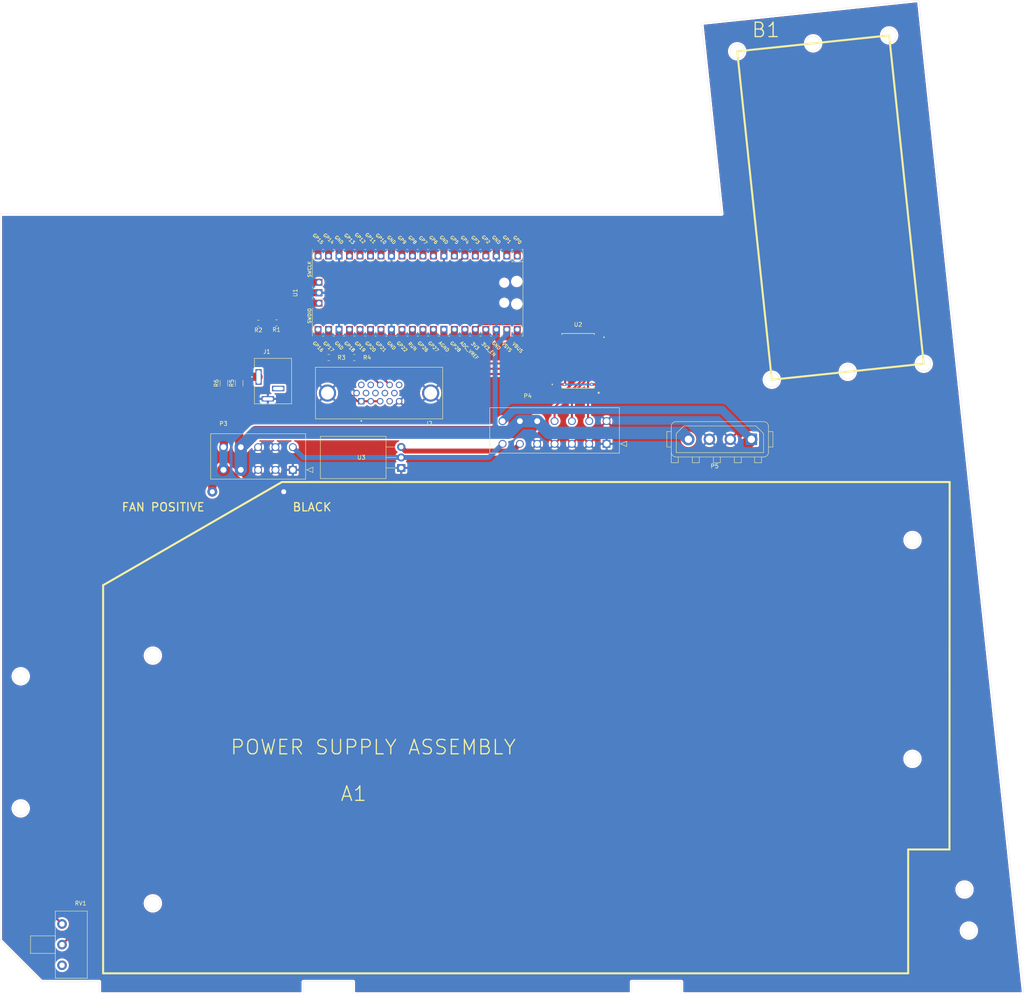
<source format=kicad_pcb>
(kicad_pcb (version 20240108) (generator "pcbnew") (generator_version "8.0")
  (layers (0 "F.Cu" signal) (31 "B.Cu" signal) (34 "B.Paste" user) (35 "F.Paste" user) (36 "B.SilkS" user "B.Silkscreen") (37 "F.SilkS" user "F.Silkscreen") (38 "B.Mask" user) (39 "F.Mask" user) (44 "Edge.Cuts" user))
  (net 0 "")
  (net 1 "GND")
  (net 2 "/Mac_Vsync")
  (net 3 "+5V")
  (net 4 "+12V")
  (net 5 "-5V")
  (net 6 "/Mac_Hsync")
  (net 7 "/Mac_Video")
  (net 8 "-12V")
  (net 9 "/Video_Out")
  (net 10 "Net-(R1-Pad2)")
  (net 11 "/Hsync_Out")
  (net 12 "/Vsync_Out")
  (net 24 "/Video_In")
  (net 25 "/Vsync_In")
  (net 40 "/Hsync_In")
  (net 44 "+3.3V")
  (net 51 "Net-(J1-PadA)")
  (net 52 "Net-(J2-Pad1)")
  (net 53 "Net-(J2-Pad13)")
  (net 55 "Net-(J2-Pad14)")
  (footprint "Resistor_SMD:R_1206_3216Metric_Pad1.30x1.75mm_HandSolder" (layer "F.Cu") (at 73.802797 166.52 90)
    (property "Reference" "R5" (at 0 -1.82 90) (layer "F.SilkS"))
    (property "Value" "0")
    (pad "1" smd roundrect (at -1.55 0 90) (size 1.3 1.75) (layers "F.Cu" "F.Paste" "F.Mask") (roundrect_rratio 0.192308) (net 3 "+5V"))
    (pad "2" smd roundrect (at 1.55 0 90) (size 1.3 1.75) (layers "F.Cu" "F.Paste" "F.Mask") (roundrect_rratio 0.192308) (net 51 "Net-(J1-PadA)"))
  )
  (footprint "Package_TO_SOT_THT:TO-220-3_Horizontal_TabDown" (layer "F.Cu") (at 113.052797 187.06 90)
    (property "Reference" "U3" (at 2.54 -9.66 180) (layer "F.SilkS"))
    (property "Value" "L7905CV-DG")
    (pad "1" thru_hole rect (at 0 0 90) (size 1.905 2) (drill 1.1) (layers "*.Cu" "*.Mask") (net 1 "GND"))
    (pad "2" thru_hole oval (at 2.54 0 90) (size 1.905 2) (drill 1.1) (layers "*.Cu" "*.Mask") (net 8 "-12V"))
    (pad "3" thru_hole oval (at 5.08 0 90) (size 1.905 2) (drill 1.1) (layers "*.Cu" "*.Mask") (net 5 "-5V"))
  )
  (footprint "Resistor_SMD:R_0805_2012Metric_Pad1.20x1.40mm_HandSolder" (layer "F.Cu") (at 95.492797 160.32)
    (property "Reference" "R3" (at 3.1 0 0) (layer "F.SilkS"))
    (property "Value" "270")
    (pad "1" smd roundrect (at -1 0) (size 1.2 1.4) (layers "F.Cu" "F.Paste" "F.Mask") (roundrect_rratio 0.208333) (net 11 "/Hsync_Out"))
    (pad "2" smd roundrect (at 1 0) (size 1.2 1.4) (layers "F.Cu" "F.Paste" "F.Mask") (roundrect_rratio 0.208333) (net 53 "Net-(J2-Pad13)"))
  )
  (footprint "Analogous-Board:DW20-M" (layer "F.Cu") (at 155.892797 161.12 180)
    (property "Reference" "U2" (at 0 8.8 0) (layer "F.SilkS"))
    (property "Value" "SN74LVC245ADWR")
    (fp_text user "*" (at -4.9911 -7.4168 180) (layer "F.SilkS"))
    (pad "1" smd rect (at -4.7371 -5.715 180) (size 2.286 0.5588) (layers "F.Cu" "F.Paste" "F.Mask") (net 44 "+3.3V"))
    (pad "2" smd rect (at -4.7371 -4.445 180) (size 2.286 0.5588) (layers "F.Cu" "F.Paste" "F.Mask") (net 7 "/Mac_Video"))
    (pad "3" smd rect (at -4.7371 -3.175 180) (size 2.286 0.5588) (layers "F.Cu" "F.Paste" "F.Mask") (net 6 "/Mac_Hsync"))
    (pad "4" smd rect (at -4.7371 -1.905 180) (size 2.286 0.5588) (layers "F.Cu" "F.Paste" "F.Mask") (net 2 "/Mac_Vsync"))
    (pad "5" smd rect (at -4.7371 -0.635 180) (size 2.286 0.5588) (layers "F.Cu" "F.Paste" "F.Mask") (net 1 "GND"))
    (pad "6" smd rect (at -4.7371 0.635 180) (size 2.286 0.5588) (layers "F.Cu" "F.Paste" "F.Mask") (net 1 "GND"))
    (pad "7" smd rect (at -4.7371 1.905 180) (size 2.286 0.5588) (layers "F.Cu" "F.Paste" "F.Mask") (net 1 "GND"))
    (pad "8" smd rect (at -4.7371 3.175 180) (size 2.286 0.5588) (layers "F.Cu" "F.Paste" "F.Mask") (net 1 "GND"))
    (pad "9" smd rect (at -4.7371 4.445 180) (size 2.286 0.5588) (layers "F.Cu" "F.Paste" "F.Mask") (net 1 "GND"))
    (pad "10" smd rect (at -4.7371 5.715 180) (size 2.286 0.5588) (layers "F.Cu" "F.Paste" "F.Mask") (net 1 "GND"))
    (pad "11" smd rect (at 4.7371 5.715 180) (size 2.286 0.5588) (layers "F.Cu" "F.Paste" "F.Mask"))
    (pad "12" smd rect (at 4.7371 4.445 180) (size 2.286 0.5588) (layers "F.Cu" "F.Paste" "F.Mask"))
    (pad "13" smd rect (at 4.7371 3.175 180) (size 2.286 0.5588) (layers "F.Cu" "F.Paste" "F.Mask"))
    (pad "14" smd rect (at 4.7371 1.905 180) (size 2.286 0.5588) (layers "F.Cu" "F.Paste" "F.Mask"))
    (pad "15" smd rect (at 4.7371 0.635 180) (size 2.286 0.5588) (layers "F.Cu" "F.Paste" "F.Mask"))
    (pad "16" smd rect (at 4.7371 -0.635 180) (size 2.286 0.5588) (layers "F.Cu" "F.Paste" "F.Mask") (net 25 "/Vsync_In"))
    (pad "17" smd rect (at 4.7371 -1.905 180) (size 2.286 0.5588) (layers "F.Cu" "F.Paste" "F.Mask") (net 40 "/Hsync_In"))
    (pad "18" smd rect (at 4.7371 -3.175 180) (size 2.286 0.5588) (layers "F.Cu" "F.Paste" "F.Mask") (net 24 "/Video_In"))
    (pad "19" smd rect (at 4.7371 -4.445 180) (size 2.286 0.5588) (layers "F.Cu" "F.Paste" "F.Mask") (net 1 "GND"))
    (pad "20" smd rect (at 4.7371 -5.715 180) (size 2.286 0.5588) (layers "F.Cu" "F.Paste" "F.Mask") (net 44 "+3.3V"))
  )
  (footprint "Resistor_SMD:R_1206_3216Metric_Pad1.30x1.75mm_HandSolder" (layer "F.Cu") (at 70.092797 166.52 90)
    (property "Reference" "R6" (at 0 -1.82 90) (layer "F.SilkS"))
    (property "Value" "0")
    (pad "1" smd roundrect (at -1.55 0 90) (size 1.3 1.75) (layers "F.Cu" "F.Paste" "F.Mask") (roundrect_rratio 0.192308) (net 4 "+12V"))
    (pad "2" smd roundrect (at 1.55 0 90) (size 1.3 1.75) (layers "F.Cu" "F.Paste" "F.Mask") (roundrect_rratio 0.192308) (net 51 "Net-(J1-PadA)"))
  )
  (footprint "Analogous-Board:TENSILITY_54-00286" (layer "F.Cu") (at 81.992797 166.02)
    (property "Reference" "J1" (at -1.505 -7.125 0) (layer "F.SilkS"))
    (property "Value" "54-00286")
    (pad "A" thru_hole rect (at -3.5 -1) (size 1.5 3.8) (drill oval 1 3.3) (layers "*.Cu" "*.Mask") (net 51 "Net-(J1-PadA)"))
    (pad "B" thru_hole rect (at -1.25 4.3) (size 3 1.3) (drill oval 2.5 0.8) (layers "*.Cu" "*.Mask") (net 1 "GND"))
    (pad "C" thru_hole rect (at 1.25 1.8) (size 3 1.3) (drill oval 2.5 0.8) (layers "*.Cu" "*.Mask"))
  )
  (footprint "Analogous-Board:CON_39281143" (layer "F.Cu") (at 162.792797 181.22 180)
    (property "Reference" "P4" (at 19.1 11.6 0) (layer "F.SilkS"))
    (property "Value" "39281143")
    (pad "1" thru_hole rect (at 0 0 180) (size 1.9 1.9) (drill 1.4) (layers "*.Cu" "*.Mask") (net 1 "GND"))
    (pad "2" thru_hole circle (at 4.199999 0 180) (size 1.9 1.9) (drill 1.4) (layers "*.Cu" "*.Mask") (net 1 "GND"))
    (pad "3" thru_hole circle (at 8.399998 0 180) (size 1.9 1.9) (drill 1.4) (layers "*.Cu" "*.Mask") (net 1 "GND"))
    (pad "4" thru_hole circle (at 12.599998 0 180) (size 1.9 1.9) (drill 1.4) (layers "*.Cu" "*.Mask") (net 1 "GND"))
    (pad "5" thru_hole circle (at 16.799997 0 180) (size 1.9 1.9) (drill 1.4) (layers "*.Cu" "*.Mask") (net 1 "GND"))
    (pad "6" thru_hole circle (at 20.999996 0 180) (size 1.9 1.9) (drill 1.4) (layers "*.Cu" "*.Mask") (net 5 "-5V"))
    (pad "7" thru_hole circle (at 25.199995 0 180) (size 1.9 1.9) (drill 1.4) (layers "*.Cu" "*.Mask") (net 8 "-12V"))
    (pad "8" thru_hole circle (at 0 5.499999 180) (size 1.9 1.9) (drill 1.4) (layers "*.Cu" "*.Mask") (net 1 "GND"))
    (pad "9" thru_hole circle (at 4.199999 5.499999 180) (size 1.9 1.9) (drill 1.4) (layers "*.Cu" "*.Mask") (net 7 "/Mac_Video"))
    (pad "10" thru_hole circle (at 8.399998 5.499999 180) (size 1.9 1.9) (drill 1.4) (layers "*.Cu" "*.Mask") (net 6 "/Mac_Hsync"))
    (pad "11" thru_hole circle (at 12.599998 5.499999 180) (size 1.9 1.9) (drill 1.4) (layers "*.Cu" "*.Mask") (net 2 "/Mac_Vsync"))
    (pad "12" thru_hole circle (at 16.799997 5.499999 180) (size 1.9 1.9) (drill 1.4) (layers "*.Cu" "*.Mask") (net 3 "+5V"))
    (pad "13" thru_hole circle (at 20.999996 5.499999 180) (size 1.9 1.9) (drill 1.4) (layers "*.Cu" "*.Mask") (net 3 "+5V"))
    (pad "14" thru_hole circle (at 25.199995 5.499999 180) (size 1.9 1.9) (drill 1.4) (layers "*.Cu" "*.Mask") (net 4 "+12V"))
  )
  (footprint "Resistor_SMD:R_0805_2012Metric_Pad1.20x1.40mm_HandSolder" (layer "F.Cu") (at 101.692797 160.32 180)
    (property "Reference" "R4" (at -3.1 0 0) (layer "F.SilkS"))
    (property "Value" "270")
    (pad "1" smd roundrect (at -1 0 180) (size 1.2 1.4) (layers "F.Cu" "F.Paste" "F.Mask") (roundrect_rratio 0.208333) (net 55 "Net-(J2-Pad14)"))
    (pad "2" smd roundrect (at 1 0 180) (size 1.2 1.4) (layers "F.Cu" "F.Paste" "F.Mask") (roundrect_rratio 0.208333) (net 12 "/Vsync_Out"))
  )
  (footprint "Analogous-Board:RPi_Pico_SMD_TH" (layer "F.Cu") (at 117.037797 144.62 -90)
    (property "Reference" "U1" (at 0 29.645 90) (layer "F.SilkS"))
    (property "Value" "Pico")
    (fp_text user "GP8" (at -12.8 1.27 135) (layer "F.SilkS") (effects (font (size 0.8 0.8))))
    (fp_text user "ADC_VREF" (at 14 -12.5 135) (layer "F.SilkS") (effects (font (size 0.8 0.8))))
    (fp_text user "GP14" (at -13.1 21.59 135) (layer "F.SilkS") (effects (font (size 0.8 0.8))))
    (fp_text user "GND" (at -12.8 6.35 135) (layer "F.SilkS") (effects (font (size 0.8 0.8))))
    (fp_text user "GP9" (at -12.8 3.81 135) (layer "F.SilkS") (effects (font (size 0.8 0.8))))
    (fp_text user "GP21" (at 13.054 8.9 135) (layer "F.SilkS") (effects (font (size 0.8 0.8))))
    (fp_text user "GP1" (at -12.9 -21.6 135) (layer "F.SilkS") (effects (font (size 0.8 0.8))))
    (fp_text user "GND" (at -12.8 -6.35 135) (layer "F.SilkS") (effects (font (size 0.8 0.8))))
    (fp_text user "GP3" (at -12.8 -13.97 135) (layer "F.SilkS") (effects (font (size 0.8 0.8))))
    (fp_text user "GND" (at 12.8 -19.05 135) (layer "F.SilkS") (effects (font (size 0.8 0.8))))
    (fp_text user "SWDIO" (at 5.6 26.2 90) (layer "F.SilkS") (effects (font (size 0.8 0.8))))
    (fp_text user "GP5" (at -12.8 -8.89 135) (layer "F.SilkS") (effects (font (size 0.8 0.8))))
    (fp_text user "GP13" (at -13.054 16.51 135) (layer "F.SilkS") (effects (font (size 0.8 0.8))))
    (fp_text user "GP4" (at -12.8 -11.43 135) (layer "F.SilkS") (effects (font (size 0.8 0.8))))
    (fp_text user "GP27" (at 13.054 -3.8 135) (layer "F.SilkS") (effects (font (size 0.8 0.8))))
    (fp_text user "VSYS" (at 13.2 -21.59 135) (layer "F.SilkS") (effects (font (size 0.8 0.8))))
    (fp_text user "GND" (at -12.8 -19.05 135) (layer "F.SilkS") (effects (font (size 0.8 0.8))))
    (fp_text user "SWCLK" (at -5.7 26.2 90) (layer "F.SilkS") (effects (font (size 0.8 0.8))))
    (fp_text user "3V3" (at 12.9 -13.9 135) (layer "F.SilkS") (effects (font (size 0.8 0.8))))
    (fp_text user "GP7" (at -12.7 -1.3 135) (layer "F.SilkS") (effects (font (size 0.8 0.8))))
    (fp_text user "RUN" (at 13 1.27 135) (layer "F.SilkS") (effects (font (size 0.8 0.8))))
    (fp_text user "AGND" (at 13.054 -6.35 135) (layer "F.SilkS") (effects (font (size 0.8 0.8))))
    (fp_text user "3V3_EN" (at 13.7 -17.2 135) (layer "F.SilkS") (effects (font (size 0.8 0.8))))
    (fp_text user "GP18" (at 13.054 16.51 135) (layer "F.SilkS") (effects (font (size 0.8 0.8))))
    (fp_text user "GP11" (at -13.2 11.43 135) (layer "F.SilkS") (effects (font (size 0.8 0.8))))
    (fp_text user "GP19" (at 13.054 13.97 135) (layer "F.SilkS") (effects (font (size 0.8 0.8))))
    (fp_text user "GP28" (at 13.054 -9.144 135) (layer "F.SilkS") (effects (font (size 0.8 0.8))))
    (fp_text user "GP22" (at 13.054 3.81 135) (layer "F.SilkS") (effects (font (size 0.8 0.8))))
    (fp_text user "GND" (at 12.8 6.35 135) (layer "F.SilkS") (effects (font (size 0.8 0.8))))
    (fp_text user "GP12" (at -13.2 13.97 135) (layer "F.SilkS") (effects (font (size 0.8 0.8))))
    (fp_text user "GP2" (at -12.9 -16.51 135) (layer "F.SilkS") (effects (font (size 0.8 0.8))))
    (fp_text user "GP6" (at -12.8 -3.81 135) (layer "F.SilkS") (effects (font (size 0.8 0.8))))
    (fp_text user "GP16" (at 13.054 24.13 135) (layer "F.SilkS") (effects (font (size 0.8 0.8))))
    (fp_text user "GP26" (at 13.054 -1.27 135) (layer "F.SilkS") (effects (font (size 0.8 0.8))))
    (fp_text user "GP0" (at -12.8 -24.13 135) (layer "F.SilkS") (effects (font (size 0.8 0.8))))
    (fp_text user "GP10" (at -13.054 8.89 135) (layer "F.SilkS") (effects (font (size 0.8 0.8))))
    (fp_text user "GND" (at 12.8 19.05 135) (layer "F.SilkS") (effects (font (size 0.8 0.8))))
    (fp_text user "GP17" (at 13.054 21.59 135) (layer "F.SilkS") (effects (font (size 0.8 0.8))))
    (fp_text user "GP15" (at -13.054 24.13 135) (layer "F.SilkS") (effects (font (size 0.8 0.8))))
    (fp_text user "VBUS" (at 13.3 -24.2 135) (layer "F.SilkS") (effects (font (size 0.8 0.8))))
    (fp_text user "GP20" (at 13.054 11.43 135) (layer "F.SilkS") (effects (font (size 0.8 0.8))))
    (fp_text user "GND" (at -12.8 19.05 135) (layer "F.SilkS") (effects (font (size 0.8 0.8))))
    (pad "" np_thru_hole oval (at -2.725 -24 270) (size 1.8 1.8) (drill 1.8) (layers "*.Cu" "*.Mask"))
    (pad "" np_thru_hole oval (at -2.425 -20.97 270) (size 1.5 1.5) (drill 1.5) (layers "*.Cu" "*.Mask"))
    (pad "" np_thru_hole oval (at 2.425 -20.97 270) (size 1.5 1.5) (drill 1.5) (layers "*.Cu" "*.Mask"))
    (pad "" np_thru_hole oval (at 2.725 -24 270) (size 1.8 1.8) (drill 1.8) (layers "*.Cu" "*.Mask"))
    (pad "1" thru_hole oval (at -8.89 -24.13 270) (size 1.7 1.7) (drill 1.02) (layers "*.Cu" "*.Mask"))
    (pad "1" smd rect (at -8.89 -24.13 270) (size 3.5 1.7) (drill (offset -0.9 0)) (layers "F.Cu" "F.Mask"))
    (pad "2" thru_hole oval (at -8.89 -21.59 270) (size 1.7 1.7) (drill 1.02) (layers "*.Cu" "*.Mask"))
    (pad "2" smd rect (at -8.89 -21.59 270) (size 3.5 1.7) (drill (offset -0.9 0)) (layers "F.Cu" "F.Mask"))
    (pad "3" thru_hole rect (at -8.89 -19.05 270) (size 1.7 1.7) (drill 1.02) (layers "*.Cu" "*.Mask") (net 1 "GND"))
    (pad "3" smd rect (at -8.89 -19.05 270) (size 3.5 1.7) (drill (offset -0.9 0)) (layers "F.Cu" "F.Mask") (net 1 "GND"))
    (pad "4" thru_hole oval (at -8.89 -16.51 270) (size 1.7 1.7) (drill 1.02) (layers "*.Cu" "*.Mask"))
    (pad "4" smd rect (at -8.89 -16.51 270) (size 3.5 1.7) (drill (offset -0.9 0)) (layers "F.Cu" "F.Mask"))
    (pad "5" thru_hole oval (at -8.89 -13.97 270) (size 1.7 1.7) (drill 1.02) (layers "*.Cu" "*.Mask"))
    (pad "5" smd rect (at -8.89 -13.97 270) (size 3.5 1.7) (drill (offset -0.9 0)) (layers "F.Cu" "F.Mask"))
    (pad "6" thru_hole oval (at -8.89 -11.43 270) (size 1.7 1.7) (drill 1.02) (layers "*.Cu" "*.Mask") (net 9 "/Video_Out"))
    (pad "6" smd rect (at -8.89 -11.43 270) (size 3.5 1.7) (drill (offset -0.9 0)) (layers "F.Cu" "F.Mask") (net 9 "/Video_Out"))
    (pad "7" thru_hole oval (at -8.89 -8.89 270) (size 1.7 1.7) (drill 1.02) (layers "*.Cu" "*.Mask"))
    (pad "7" smd rect (at -8.89 -8.89 270) (size 3.5 1.7) (drill (offset -0.9 0)) (layers "F.Cu" "F.Mask"))
    (pad "8" thru_hole rect (at -8.89 -6.35 270) (size 1.7 1.7) (drill 1.02) (layers "*.Cu" "*.Mask") (net 1 "GND"))
    (pad "8" smd rect (at -8.89 -6.35 270) (size 3.5 1.7) (drill (offset -0.9 0)) (layers "F.Cu" "F.Mask") (net 1 "GND"))
    (pad "9" thru_hole oval (at -8.89 -3.81 270) (size 1.7 1.7) (drill 1.02) (layers "*.Cu" "*.Mask"))
    (pad "9" smd rect (at -8.89 -3.81 270) (size 3.5 1.7) (drill (offset -0.9 0)) (layers "F.Cu" "F.Mask"))
    (pad "10" thru_hole oval (at -8.89 -1.27 270) (size 1.7 1.7) (drill 1.02) (layers "*.Cu" "*.Mask"))
    (pad "10" smd rect (at -8.89 -1.27 270) (size 3.5 1.7) (drill (offset -0.9 0)) (layers "F.Cu" "F.Mask"))
    (pad "11" thru_hole oval (at -8.89 1.27 270) (size 1.7 1.7) (drill 1.02) (layers "*.Cu" "*.Mask"))
    (pad "11" smd rect (at -8.89 1.27 270) (size 3.5 1.7) (drill (offset -0.9 0)) (layers "F.Cu" "F.Mask"))
    (pad "12" thru_hole oval (at -8.89 3.81 270) (size 1.7 1.7) (drill 1.02) (layers "*.Cu" "*.Mask"))
    (pad "12" smd rect (at -8.89 3.81 270) (size 3.5 1.7) (drill (offset -0.9 0)) (layers "F.Cu" "F.Mask"))
    (pad "13" thru_hole rect (at -8.89 6.35 270) (size 1.7 1.7) (drill 1.02) (layers "*.Cu" "*.Mask") (net 1 "GND"))
    (pad "13" smd rect (at -8.89 6.35 270) (size 3.5 1.7) (drill (offset -0.9 0)) (layers "F.Cu" "F.Mask") (net 1 "GND"))
    (pad "14" thru_hole oval (at -8.89 8.89 270) (size 1.7 1.7) (drill 1.02) (layers "*.Cu" "*.Mask"))
    (pad "14" smd rect (at -8.89 8.89 270) (size 3.5 1.7) (drill (offset -0.9 0)) (layers "F.Cu" "F.Mask"))
    (pad "15" thru_hole oval (at -8.89 11.43 270) (size 1.7 1.7) (drill 1.02) (layers "*.Cu" "*.Mask"))
    (pad "15" smd rect (at -8.89 11.43 270) (size 3.5 1.7) (drill (offset -0.9 0)) (layers "F.Cu" "F.Mask"))
    (pad "16" thru_hole oval (at -8.89 13.97 270) (size 1.7 1.7) (drill 1.02) (layers "*.Cu" "*.Mask"))
    (pad "16" smd rect (at -8.89 13.97 270) (size 3.5 1.7) (drill (offset -0.9 0)) (layers "F.Cu" "F.Mask"))
    (pad "17" thru_hole oval (at -8.89 16.51 270) (size 1.7 1.7) (drill 1.02) (layers "*.Cu" "*.Mask"))
    (pad "17" smd rect (at -8.89 16.51 270) (size 3.5 1.7) (drill (offset -0.9 0)) (layers "F.Cu" "F.Mask"))
    (pad "18" thru_hole rect (at -8.89 19.05 270) (size 1.7 1.7) (drill 1.02) (layers "*.Cu" "*.Mask") (net 1 "GND"))
    (pad "18" smd rect (at -8.89 19.05 270) (size 3.5 1.7) (drill (offset -0.9 0)) (layers "F.Cu" "F.Mask") (net 1 "GND"))
    (pad "19" thru_hole oval (at -8.89 21.59 270) (size 1.7 1.7) (drill 1.02) (layers "*.Cu" "*.Mask"))
    (pad "19" smd rect (at -8.89 21.59 270) (size 3.5 1.7) (drill (offset -0.9 0)) (layers "F.Cu" "F.Mask"))
    (pad "20" thru_hole oval (at -8.89 24.13 270) (size 1.7 1.7) (drill 1.02) (layers "*.Cu" "*.Mask"))
    (pad "20" smd rect (at -8.89 24.13 270) (size 3.5 1.7) (drill (offset -0.9 0)) (layers "F.Cu" "F.Mask"))
    (pad "21" thru_hole oval (at 8.89 24.13 270) (size 1.7 1.7) (drill 1.02) (layers "*.Cu" "*.Mask") (net 11 "/Hsync_Out"))
    (pad "21" smd rect (at 8.89 24.13 270) (size 3.5 1.7) (drill (offset 0.9 0)) (layers "F.Cu" "F.Mask") (net 11 "/Hsync_Out"))
    (pad "22" thru_hole oval (at 8.89 21.59 270) (size 1.7 1.7) (drill 1.02) (layers "*.Cu" "*.Mask") (net 12 "/Vsync_Out"))
    (pad "22" smd rect (at 8.89 21.59 270) (size 3.5 1.7) (drill (offset 0.9 0)) (layers "F.Cu" "F.Mask") (net 12 "/Vsync_Out"))
    (pad "23" thru_hole rect (at 8.89 19.05 270) (size 1.7 1.7) (drill 1.02) (layers "*.Cu" "*.Mask") (net 1 "GND"))
    (pad "23" smd rect (at 8.89 19.05 270) (size 3.5 1.7) (drill (offset 0.9 0)) (layers "F.Cu" "F.Mask") (net 1 "GND"))
    (pad "24" thru_hole oval (at 8.89 16.51 270) (size 1.7 1.7) (drill 1.02) (layers "*.Cu" "*.Mask"))
    (pad "24" smd rect (at 8.89 16.51 270) (size 3.5 1.7) (drill (offset 0.9 0)) (layers "F.Cu" "F.Mask"))
    (pad "25" thru_hole oval (at 8.89 13.97 270) (size 1.7 1.7) (drill 1.02) (layers "*.Cu" "*.Mask"))
    (pad "25" smd rect (at 8.89 13.97 270) (size 3.5 1.7) (drill (offset 0.9 0)) (layers "F.Cu" "F.Mask"))
    (pad "26" thru_hole oval (at 8.89 11.43 270) (size 1.7 1.7) (drill 1.02) (layers "*.Cu" "*.Mask") (net 24 "/Video_In"))
    (pad "26" smd rect (at 8.89 11.43 270) (size 3.5 1.7) (drill (offset 0.9 0)) (layers "F.Cu" "F.Mask") (net 24 "/Video_In"))
    (pad "27" thru_hole oval (at 8.89 8.89 270) (size 1.7 1.7) (drill 1.02) (layers "*.Cu" "*.Mask") (net 40 "/Hsync_In"))
    (pad "27" smd rect (at 8.89 8.89 270) (size 3.5 1.7) (drill (offset 0.9 0)) (layers "F.Cu" "F.Mask") (net 40 "/Hsync_In"))
    (pad "28" thru_hole rect (at 8.89 6.35 270) (size 1.7 1.7) (drill 1.02) (layers "*.Cu" "*.Mask") (net 1 "GND"))
    (pad "28" smd rect (at 8.89 6.35 270) (size 3.5 1.7) (drill (offset 0.9 0)) (layers "F.Cu" "F.Mask") (net 1 "GND"))
    (pad "29" thru_hole oval (at 8.89 3.81 270) (size 1.7 1.7) (drill 1.02) (layers "*.Cu" "*.Mask") (net 25 "/Vsync_In"))
    (pad "29" smd rect (at 8.89 3.81 270) (size 3.5 1.7) (drill (offset 0.9 0)) (layers "F.Cu" "F.Mask") (net 25 "/Vsync_In"))
    (pad "30" thru_hole oval (at 8.89 1.27 270) (size 1.7 1.7) (drill 1.02) (layers "*.Cu" "*.Mask"))
    (pad "30" smd rect (at 8.89 1.27 270) (size 3.5 1.7) (drill (offset 0.9 0)) (layers "F.Cu" "F.Mask"))
    (pad "31" thru_hole oval (at 8.89 -1.27 270) (size 1.7 1.7) (drill 1.02) (layers "*.Cu" "*.Mask"))
    (pad "31" smd rect (at 8.89 -1.27 270) (size 3.5 1.7) (drill (offset 0.9 0)) (layers "F.Cu" "F.Mask"))
    (pad "32" thru_hole oval (at 8.89 -3.81 270) (size 1.7 1.7) (drill 1.02) (layers "*.Cu" "*.Mask"))
    (pad "32" smd rect (at 8.89 -3.81 270) (size 3.5 1.7) (drill (offset 0.9 0)) (layers "F.Cu" "F.Mask"))
    (pad "33" thru_hole rect (at 8.89 -6.35 270) (size 1.7 1.7) (drill 1.02) (layers "*.Cu" "*.Mask"))
    (pad "33" smd rect (at 8.89 -6.35 270) (size 3.5 1.7) (drill (offset 0.9 0)) (layers "F.Cu" "F.Mask"))
    (pad "34" thru_hole oval (at 8.89 -8.89 270) (size 1.7 1.7) (drill 1.02) (layers "*.Cu" "*.Mask"))
    (pad "34" smd rect (at 8.89 -8.89 270) (size 3.5 1.7) (drill (offset 0.9 0)) (layers "F.Cu" "F.Mask"))
    (pad "35" thru_hole oval (at 8.89 -11.43 270) (size 1.7 1.7) (drill 1.02) (layers "*.Cu" "*.Mask"))
    (pad "35" smd rect (at 8.89 -11.43 270) (size 3.5 1.7) (drill (offset 0.9 0)) (layers "F.Cu" "F.Mask"))
    (pad "36" thru_hole oval (at 8.89 -13.97 270) (size 1.7 1.7) (drill 1.02) (layers "*.Cu" "*.Mask") (net 44 "+3.3V"))
    (pad "36" smd rect (at 8.89 -13.97 270) (size 3.5 1.7) (drill (offset 0.9 0)) (layers "F.Cu" "F.Mask") (net 44 "+3.3V"))
    (pad "37" thru_hole oval (at 8.89 -16.51 270) (size 1.7 1.7) (drill 1.02) (layers "*.Cu" "*.Mask"))
    (pad "37" smd rect (at 8.89 -16.51 270) (size 3.5 1.7) (drill (offset 0.9 0)) (layers "F.Cu" "F.Mask"))
    (pad "38" thru_hole rect (at 8.89 -19.05 270) (size 1.7 1.7) (drill 1.02) (layers "*.Cu" "*.Mask") (net 1 "GND"))
    (pad "38" smd rect (at 8.89 -19.05 270) (size 3.5 1.7) (drill (offset 0.9 0)) (layers "F.Cu" "F.Mask") (net 1 "GND"))
    (pad "39" thru_hole oval (at 8.89 -21.59 270) (size 1.7 1.7) (drill 1.02) (layers "*.Cu" "*.Mask") (net 3 "+5V"))
    (pad "39" smd rect (at 8.89 -21.59 270) (size 3.5 1.7) (drill (offset 0.9 0)) (layers "F.Cu" "F.Mask") (net 3 "+5V"))
    (pad "40" thru_hole oval (at 8.89 -24.13 270) (size 1.7 1.7) (drill 1.02) (layers "*.Cu" "*.Mask"))
    (pad "40" smd rect (at 8.89 -24.13 270) (size 3.5 1.7) (drill (offset 0.9 0)) (layers "F.Cu" "F.Mask"))
    (pad "41" thru_hole oval (at -2.54 23.9 270) (size 1.7 1.7) (drill 1.02) (layers "*.Cu" "*.Mask"))
    (pad "41" smd rect (at -2.54 23.9) (size 3.5 1.7) (drill (offset -0.9 0)) (layers "F.Cu" "F.Mask"))
    (pad "42" thru_hole rect (at 0 23.9 270) (size 1.7 1.7) (drill 1.02) (layers "*.Cu" "*.Mask") (net 1 "GND"))
    (pad "42" smd rect (at 0 23.9) (size 3.5 1.7) (drill (offset -0.9 0)) (layers "F.Cu" "F.Mask") (net 1 "GND"))
    (pad "43" thru_hole oval (at 2.54 23.9 270) (size 1.7 1.7) (drill 1.02) (layers "*.Cu" "*.Mask"))
    (pad "43" smd rect (at 2.54 23.9) (size 3.5 1.7) (drill (offset -0.9 0)) (layers "F.Cu" "F.Mask"))
  )
  (footprint "Resistor_SMD:R_0805_2012Metric_Pad1.20x1.40mm_HandSolder" (layer "F.Cu") (at 82.842797 151.92 180)
    (property "Reference" "R1" (at 0 -1.65 0) (layer "F.SilkS"))
    (property "Value" "170")
    (pad "1" smd roundrect (at -1 0 180) (size 1.2 1.4) (layers "F.Cu" "F.Paste" "F.Mask") (roundrect_rratio 0.208333) (net 9 "/Video_Out"))
    (pad "2" smd roundrect (at 1 0 180) (size 1.2 1.4) (layers "F.Cu" "F.Paste" "F.Mask") (roundrect_rratio 0.208333) (net 10 "Net-(R1-Pad2)"))
  )
  (footprint "Analogous-Board:CON_39281103" (layer "F.Cu") (at 86.792795 187.519999 180)
    (property "Reference" "P3" (at 16.800003 11.200001 0) (layer "F.SilkS"))
    (property "Value" "39281103")
    (pad "1" thru_hole rect (at 0 0 180) (size 1.9 1.9) (drill 1.4) (layers "*.Cu" "*.Mask") (net 1 "GND"))
    (pad "2" thru_hole circle (at 4.199999 0 180) (size 1.9 1.9) (drill 1.4) (layers "*.Cu" "*.Mask") (net 1 "GND"))
    (pad "3" thru_hole circle (at 8.399998 0 180) (size 1.9 1.9) (drill 1.4) (layers "*.Cu" "*.Mask") (net 1 "GND"))
    (pad "4" thru_hole circle (at 12.599998 0 180) (size 1.9 1.9) (drill 1.4) (layers "*.Cu" "*.Mask") (net 3 "+5V"))
    (pad "5" thru_hole circle (at 16.799997 0 180) (size 1.9 1.9) (drill 1.4) (layers "*.Cu" "*.Mask") (net 4 "+12V"))
    (pad "6" thru_hole circle (at 0 5.499999 180) (size 1.9 1.9) (drill 1.4) (layers "*.Cu" "*.Mask") (net 8 "-12V"))
    (pad "7" thru_hole circle (at 4.199999 5.499999 180) (size 1.9 1.9) (drill 1.4) (layers "*.Cu" "*.Mask") (net 1 "GND"))
    (pad "8" thru_hole circle (at 8.399998 5.499999 180) (size 1.9 1.9) (drill 1.4) (layers "*.Cu" "*.Mask") (net 1 "GND"))
    (pad "9" thru_hole circle (at 12.599998 5.499999 180) (size 1.9 1.9) (drill 1.4) (layers "*.Cu" "*.Mask") (net 3 "+5V"))
    (pad "10" thru_hole circle (at 16.799997 5.499999 180) (size 1.9 1.9) (drill 1.4) (layers "*.Cu" "*.Mask") (net 4 "+12V"))
  )
  (footprint "Resistor_SMD:R_0805_2012Metric_Pad1.20x1.40mm_HandSolder" (layer "F.Cu") (at 78.442797 152.02 180)
    (property "Reference" "R2" (at 0 -1.65 0) (layer "F.SilkS"))
    (property "Value" "330")
    (pad "1" smd roundrect (at -1 0 180) (size 1.2 1.4) (layers "F.Cu" "F.Paste" "F.Mask") (roundrect_rratio 0.208333) (net 10 "Net-(R1-Pad2)"))
    (pad "2" smd roundrect (at 1 0 180) (size 1.2 1.4) (layers "F.Cu" "F.Paste" "F.Mask") (roundrect_rratio 0.208333) (net 52 "Net-(J2-Pad1)"))
  )
  (footprint "Analogous-Board:TE_MATE-N-LOK_350211-1_1x04_P5.08mm_Vertical" (layer "F.Cu") (at 197.852797 180.12 180)
    (property "Reference" "P5" (at 8.89 -6.5 180) (layer "F.SilkS"))
    (property "Value" "Conn_01x04")
    (pad "1" thru_hole rect (at 0 0 180) (size 2.78 2.78) (drill 1.78) (layers "*.Cu" "*.Mask") (net 4 "+12V"))
    (pad "2" thru_hole circle (at 5.08 0 180) (size 2.78 2.78) (drill 1.78) (layers "*.Cu" "*.Mask") (net 1 "GND"))
    (pad "3" thru_hole circle (at 10.16 0 180) (size 2.78 2.78) (drill 1.78) (layers "*.Cu" "*.Mask") (net 1 "GND"))
    (pad "4" thru_hole circle (at 15.24 0 180) (size 2.78 2.78) (drill 1.78) (layers "*.Cu" "*.Mask") (net 3 "+5V"))
  )
  (footprint "Analogous-Board:AMPHENOL_L77HDEH15SOL2RM8" (layer "F.Cu") (at 107.687797 168.92 180)
    (property "Reference" "J2" (at -12.075 -7.385 0) (layer "F.SilkS"))
    (property "Value" "L77HDEH15SOL2RM8")
    (pad "1" thru_hole rect (at 4.31 -1.98 180) (size 1.575 1.575) (drill 1.05) (layers "*.Cu" "*.Mask") (net 52 "Net-(J2-Pad1)"))
    (pad "2" thru_hole circle (at 2.02 -1.98 180) (size 1.575 1.575) (drill 1.05) (layers "*.Cu" "*.Mask") (net 52 "Net-(J2-Pad1)"))
    (pad "3" thru_hole circle (at -0.27 -1.98 180) (size 1.575 1.575) (drill 1.05) (layers "*.Cu" "*.Mask") (net 52 "Net-(J2-Pad1)"))
    (pad "4" thru_hole circle (at -2.56 -1.98 180) (size 1.575 1.575) (drill 1.05) (layers "*.Cu" "*.Mask"))
    (pad "5" thru_hole circle (at -4.85 -1.98 180) (size 1.575 1.575) (drill 1.05) (layers "*.Cu" "*.Mask") (net 1 "GND"))
    (pad "6" thru_hole circle (at 5.455 0 180) (size 1.575 1.575) (drill 1.05) (layers "*.Cu" "*.Mask") (net 1 "GND"))
    (pad "7" thru_hole circle (at 3.165 0 180) (size 1.575 1.575) (drill 1.05) (layers "*.Cu" "*.Mask") (net 1 "GND"))
    (pad "8" thru_hole circle (at 0.875 0 180) (size 1.575 1.575) (drill 1.05) (layers "*.Cu" "*.Mask") (net 1 "GND"))
    (pad "9" thru_hole circle (at -1.415 0 180) (size 1.575 1.575) (drill 1.05) (layers "*.Cu" "*.Mask"))
    (pad "10" thru_hole circle (at -3.705 0 180) (size 1.575 1.575) (drill 1.05) (layers "*.Cu" "*.Mask") (net 1 "GND"))
    (pad "11" thru_hole circle (at 4.31 1.98 180) (size 1.575 1.575) (drill 1.05) (layers "*.Cu" "*.Mask"))
    (pad "12" thru_hole circle (at 2.02 1.98 180) (size 1.575 1.575) (drill 1.05) (layers "*.Cu" "*.Mask"))
    (pad "13" thru_hole circle (at -0.27 1.98 180) (size 1.575 1.575) (drill 1.05) (layers "*.Cu" "*.Mask") (net 53 "Net-(J2-Pad13)"))
    (pad "14" thru_hole circle (at -2.56 1.98 180) (size 1.575 1.575) (drill 1.05) (layers "*.Cu" "*.Mask") (net 55 "Net-(J2-Pad14)"))
    (pad "15" thru_hole circle (at -4.85 1.98 180) (size 1.575 1.575) (drill 1.05) (layers "*.Cu" "*.Mask"))
    (pad "SH1" thru_hole circle (at -12.495 0 180) (size 4.166 4.166) (drill 3.15) (layers "*.Cu" "*.Mask") (net 1 "GND"))
    (pad "SH2" thru_hole circle (at 12.495 0 180) (size 4.166 4.166) (drill 3.15) (layers "*.Cu" "*.Mask") (net 1 "GND"))
  )
  (footprint "Potentiometer_THT:Potentiometer_Piher_T-16H_Single_Horizontal" (layer "F.Cu") (at 30.892797 297.52 180)
    (property "Reference" "RV1" (at -4.5 5 0) (layer "F.SilkS"))
    (property "Value" "1K")
    (pad "1" thru_hole circle (at 0 0 180) (size 2.34 2.34) (drill 1.3) (layers "*.Cu" "*.Mask") (net 10 "Net-(R1-Pad2)"))
    (pad "2" thru_hole circle (at 0 -5 180) (size 2.34 2.34) (drill 1.3) (layers "*.Cu" "*.Mask") (net 52 "Net-(J2-Pad1)"))
    (pad "3" thru_hole circle (at 0 -10 180) (size 2.34 2.34) (drill 1.3) (layers "*.Cu" "*.Mask"))
  )
  (gr_line (start 40.842797 309.47) (end 235.842797 309.47) (stroke (width 0.5)) (layer "F.SilkS"))
  (gr_line (start 235.842797 309.47) (end 235.842797 279.47) (stroke (width 0.5)) (layer "F.SilkS"))
  (gr_line (start 245.892797 190.47) (end 84.142797 190.47) (stroke (width 0.5)) (layer "F.SilkS"))
  (gr_line (start 40.842797 215.47) (end 84.142797 190.47) (stroke (width 0.5)) (layer "F.SilkS"))
  (gr_line (start 40.842797 309.47) (end 40.842797 215.47) (stroke (width 0.5)) (layer "F.SilkS"))
  (gr_line (start 235.842797 279.47) (end 245.842797 279.47) (stroke (width 0.5)) (layer "F.SilkS"))
  (gr_line (start 231.232797 82.29) (end 239.612797 161.82) (stroke (width 0.5)) (layer "F.SilkS"))
  (gr_line (start 194.432797 86.14) (end 231.232766 82.2897) (stroke (width 0.5)) (layer "F.SilkS"))
  (gr_line (start 245.842797 279.47) (end 245.892797 190.47) (stroke (width 0.5)) (layer "F.SilkS"))
  (gr_line (start 194.432797 86.14) (end 202.812797 165.69) (stroke (width 0.5)) (layer "F.SilkS"))
  (gr_line (start 202.812797 165.69) (end 239.612797 161.82) (stroke (width 0.5)) (layer "F.SilkS"))
  (gr_line (start 180.892797 314.52) (end 180.892797 311.52) (stroke (width 0.05)) (layer "Edge.Cuts"))
  (gr_line (start 25.892797 311.52) (end 39.892797 311.52) (stroke (width 0.05)) (layer "Edge.Cuts"))
  (gr_circle (center 239.612797 161.82) (end 241.362797 161.82) (stroke (width 0.05)) (fill none) (layer "Edge.Cuts"))
  (gr_circle (center 249.492797 289.17) (end 247.742797 289.17) (stroke (width 0.05)) (fill none) (layer "Edge.Cuts"))
  (gr_circle (center 20.892797 237.52) (end 22.642797 237.52) (stroke (width 0.05)) (fill none) (layer "Edge.Cuts"))
  (gr_line (start 101.392797 311.52) (end 89.392797 311.52) (stroke (width 0.05)) (layer "Edge.Cuts"))
  (gr_line (start 101.392797 314.52) (end 101.392797 311.52) (stroke (width 0.05)) (layer "Edge.Cuts"))
  (gr_circle (center 221.212797 163.77) (end 222.962797 163.77) (stroke (width 0.05)) (fill none) (layer "Edge.Cuts"))
  (gr_line (start 15.892797 125.52) (end 190.642797 125.52) (stroke (width 0.05)) (layer "Edge.Cuts"))
  (gr_circle (center 52.892797 292.52) (end 54.642797 292.52) (stroke (width 0.05)) (fill none) (layer "Edge.Cuts"))
  (gr_line (start 89.392797 311.52) (end 89.392797 314.52) (stroke (width 0.05)) (layer "Edge.Cuts"))
  (gr_line (start 263.892797 314.52) (end 238.452797 73.74) (stroke (width 0.05)) (layer "Edge.Cuts"))
  (gr_line (start 15.892797 301.52) (end 15.892797 125.52) (stroke (width 0.05)) (layer "Edge.Cuts"))
  (gr_line (start 185.782797 79.27) (end 238.452797 73.74) (stroke (width 0.05)) (layer "Edge.Cuts"))
  (gr_line (start 180.892797 311.52) (end 168.892797 311.52) (stroke (width 0.05)) (layer "Edge.Cuts"))
  (gr_circle (center 231.232797 82.29) (end 232.982826 82.29) (stroke (width 0.05)) (fill none) (layer "Edge.Cuts"))
  (gr_line (start 89.392797 314.52) (end 39.892797 314.52) (stroke (width 0.05)) (layer "Edge.Cuts"))
  (gr_circle (center 250.542797 299.12) (end 252.292797 299.12) (stroke (width 0.05)) (fill none) (layer "Edge.Cuts"))
  (gr_circle (center 236.882797 257.52) (end 238.632797 257.52) (stroke (width 0.05)) (fill none) (layer "Edge.Cuts"))
  (gr_circle (center 236.892797 204.52) (end 238.642797 204.52) (stroke (width 0.05)) (fill none) (layer "Edge.Cuts"))
  (gr_line (start 168.892797 311.52) (end 168.892797 314.52) (stroke (width 0.05)) (layer "Edge.Cuts"))
  (gr_circle (center 52.892797 232.52) (end 54.642797 232.52) (stroke (width 0.05)) (fill none) (layer "Edge.Cuts"))
  (gr_line (start 15.892797 301.52) (end 25.892797 311.52) (stroke (width 0.05)) (layer "Edge.Cuts"))
  (gr_line (start 168.892797 314.52) (end 101.392797 314.52) (stroke (width 0.05)) (layer "Edge.Cuts"))
  (gr_circle (center 194.432797 86.14) (end 196.182797 86.14) (stroke (width 0.05)) (fill none) (layer "Edge.Cuts"))
  (gr_circle (center 202.812797 165.69) (end 204.562826 165.69) (stroke (width 0.05)) (fill none) (layer "Edge.Cuts"))
  (gr_line (start 190.642797 125.52) (end 185.782797 79.27) (stroke (width 0.05)) (layer "Edge.Cuts"))
  (gr_circle (center 20.892797 269.52) (end 22.642797 269.52) (stroke (width 0.05)) (fill none) (layer "Edge.Cuts"))
  (gr_line (start 263.892797 314.52) (end 180.892797 314.52) (stroke (width 0.05)) (layer "Edge.Cuts"))
  (gr_circle (center 212.832797 84.21) (end 214.582826 84.21) (stroke (width 0.05)) (fill none) (layer "Edge.Cuts"))
  (gr_line (start 39.892797 314.52) (end 39.892797 311.52) (stroke (width 0.05)) (layer "Edge.Cuts"))
  (gr_text "BLACK" (at 86.592797 197.72 0) (layer "F.SilkS") (effects (font (size 2 2) (thickness 0.3) (bold yes)) (justify left bottom)))
  (gr_text "FAN POSITIVE" (at 45.192797 197.72 0) (layer "F.SilkS") (effects (font (size 2 2) (thickness 0.3) (bold yes)) (justify left bottom)))
  (gr_text "POWER SUPPLY ASSEMBLY\n\n          A1" (at 71.492797 268.02 0) (layer "F.SilkS") (effects (font (size 3.5 3.5) (thickness 0.3)) (justify left bottom)))
  (gr_text "B1" (at 197.762797 83.02 0) (layer "F.SilkS") (effects (font (size 3.5 3.5) (thickness 0.3)) (justify left bottom)))
  (via (at 84.592797 192.82) (size 2.4) (drill 1.2) (layers "F.Cu" "B.Cu") (net 1))
  (segment (start 159.546997 163.025) (end 160.629897 163.025) (width 0.5) (layer "F.Cu") (net 2))
  (segment (start 150.192799 175.720001) (end 150.192799 172.379198) (width 0.5) (layer "F.Cu") (net 2))
  (segment (start 150.192799 172.379198) (end 159.546997 163.025) (width 0.5) (layer "F.Cu") (net 2))
  (segment (start 73.802797 168.07) (end 73.802797 181.63) (width 2) (layer "F.Cu") (net 3))
  (segment (start 73.802797 181.63) (end 74.192797 182.02) (width 2) (layer "F.Cu") (net 3))
  (segment (start 143.3428 178.370001) (end 145.9928 175.720001) (width 3) (layer "F.Cu") (net 3))
  (segment (start 77.842796 178.370001) (end 143.3428 178.370001) (width 3) (layer "F.Cu") (net 3))
  (segment (start 74.192797 182.02) (end 77.842796 178.370001) (width 3) (layer "F.Cu") (net 3))
  (segment (start 138.992802 178.52) (end 141.792801 175.720001) (width 3) (layer "B.Cu") (net 3))
  (segment (start 181.062797 178.57) (end 182.612797 180.12) (width 3) (layer "B.Cu") (net 3))
  (segment (start 139.992801 177.520001) (end 141.792801 175.720001) (width 1.2) (layer "B.Cu") (net 3))
  (segment (start 145.9928 175.720001) (end 141.792801 175.720001) (width 3) (layer "B.Cu") (net 3))
  (segment (start 74.192797 182.02) (end 74.192797 187.519999) (width 3) (layer "B.Cu") (net 3))
  (segment (start 136.492798 177.520001) (end 139.992801 177.520001) (width 1.2) (layer "B.Cu") (net 3))
  (segment (start 138.627797 154.712081) (end 135.792802 157.547076) (width 1.2) (layer "B.Cu") (net 3))
  (segment (start 148.842799 178.57) (end 181.062797 178.57) (width 3) (layer "B.Cu") (net 3))
  (segment (start 135.792802 176.820005) (end 136.492798 177.520001) (width 1.2) (layer "B.Cu") (net 3))
  (segment (start 138.627797 153.51) (end 138.627797 154.712081) (width 1.2) (layer "B.Cu") (net 3))
  (segment (start 145.9928 175.720001) (end 148.842799 178.57) (width 3) (layer "B.Cu") (net 3))
  (segment (start 135.792802 157.547076) (end 135.792802 176.820005) (width 1.2) (layer "B.Cu") (net 3))
  (segment (start 77.692797 178.52) (end 138.992802 178.52) (width 3) (layer "B.Cu") (net 3))
  (segment (start 74.192797 182.02) (end 77.692797 178.52) (width 3) (layer "B.Cu") (net 3))
  (segment (start 67.292797 190.22) (end 69.992798 187.519999) (width 2) (layer "F.Cu") (net 4))
  (segment (start 67.292797 192.82) (end 67.292797 190.22) (width 2) (layer "F.Cu") (net 4))
  (segment (start 70.092797 168.07) (end 70.092797 181.920001) (width 2) (layer "F.Cu") (net 4))
  (segment (start 69.992798 187.519999) (end 78.192799 195.72) (width 3) (layer "F.Cu") (net 4))
  (segment (start 70.092797 181.920001) (end 69.992798 182.02) (width 2) (layer "F.Cu") (net 4))
  (segment (start 78.192799 195.72) (end 182.252797 195.72) (width 3) (layer "F.Cu") (net 4))
  (segment (start 182.252797 195.72) (end 197.852797 180.12) (width 3) (layer "F.Cu") (net 4))
  (via (at 67.292797 192.82) (size 2.4) (drill 1.2) (layers "F.Cu" "B.Cu") (net 4))
  (segment (start 140.292802 173.020001) (end 137.592802 175.720001) (width 2) (layer "B.Cu") (net 4))
  (segment (start 69.992798 187.519999) (end 69.992798 182.02) (width 2) (layer "B.Cu") (net 4))
  (segment (start 190.752798 173.020001) (end 140.292802 173.020001) (width 2) (layer "B.Cu") (net 4))
  (segment (start 69.992798 182.02) (end 70.092797 182.02) (width 2) (layer "B.Cu") (net 4))
  (segment (start 197.852797 180.12) (end 190.752798 173.020001) (width 2) (layer "B.Cu") (net 4))
  (segment (start 113.052797 181.98) (end 114.042797 182.97) (width 1.2) (layer "F.Cu") (net 5))
  (segment (start 114.042797 182.97) (end 140.042801 182.97) (width 1.2) (layer "F.Cu") (net 5))
  (segment (start 140.042801 182.97) (end 141.792801 181.22) (width 1.2) (layer "F.Cu") (net 5))
  (segment (start 159.266947 164.295) (end 160.629897 164.295) (width 0.5) (layer "F.Cu") (net 6))
  (segment (start 154.392799 175.720001) (end 154.392799 169.169148) (width 0.5) (layer "F.Cu") (net 6))
  (segment (start 154.392799 169.169148) (end 159.266947 164.295) (width 0.5) (layer "F.Cu") (net 6))
  (segment (start 154.392799 175.720001) (end 154.392797 175.719999) (width 0.5) (layer "F.Cu") (net 6))
  (segment (start 158.592798 175.720001) (end 158.292797 175.42) (width 0.5) (layer "F.Cu") (net 7))
  (segment (start 158.292797 175.42) (end 158.292797 166.2591) (width 0.5) (layer "F.Cu") (net 7))
  (segment (start 158.986897 165.565) (end 160.629897 165.565) (width 0.5) (layer "F.Cu") (net 7))
  (segment (start 158.292797 166.2591) (end 158.986897 165.565) (width 0.5) (layer "F.Cu") (net 7))
  (segment (start 134.292802 184.52) (end 137.592802 181.22) (width 1.2) (layer "B.Cu") (net 8))
  (segment (start 89.292795 184.52) (end 86.792795 182.02) (width 1.2) (layer "B.Cu") (net 8))
  (segment (start 113.052797 184.52) (end 134.292802 184.52) (width 1.2) (layer "B.Cu") (net 8))
  (segment (start 113.052797 184.52) (end 89.292795 184.52) (width 1.2) (layer "B.Cu") (net 8))
  (segment (start 112.277797 151.92) (end 83.842797 151.92) (width 0.5) (layer "F.Cu") (net 9))
  (segment (start 112.277797 151.92) (end 128.467797 135.73) (width 0.5) (layer "F.Cu") (net 9))
  (segment (start 24.892797 196.517203) (end 70.54 150.87) (width 0.5) (layer "F.Cu") (net 10))
  (segment (start 30.892797 297.52) (end 24.892797 291.52) (width 0.5) (layer "F.Cu") (net 10))
  (segment (start 24.892797 291.52) (end 24.892797 196.517203) (width 0.5) (layer "F.Cu") (net 10))
  (segment (start 79.542797 151.92) (end 79.442797 152.02) (width 0.5) (layer "F.Cu") (net 10))
  (segment (start 78.292797 150.87) (end 79.442797 152.02) (width 0.5) (layer "F.Cu") (net 10))
  (segment (start 81.842797 151.92) (end 79.542797 151.92) (width 0.5) (layer "F.Cu") (net 10))
  (segment (start 70.54 150.87) (end 78.292797 150.87) (width 0.5) (layer "F.Cu") (net 10))
  (segment (start 92.907797 158.735) (end 94.492797 160.32) (width 0.5) (layer "F.Cu") (net 11))
  (segment (start 92.907797 153.51) (end 92.907797 158.735) (width 0.5) (layer "F.Cu") (net 11))
  (segment (start 95.447797 153.51) (end 95.447797 155.37) (width 0.5) (layer "F.Cu") (net 12))
  (segment (start 100.397797 160.32) (end 100.692797 160.32) (width 0.5) (layer "F.Cu") (net 12))
  (segment (start 95.447797 155.37) (end 100.397797 160.32) (width 0.5) (layer "F.Cu") (net 12))
  (segment (start 105.607797 155.37) (end 105.607797 153.51) (width 0.5) (layer "F.Cu") (net 24))
  (segment (start 114.532797 164.295) (end 105.607797 155.37) (width 0.5) (layer "F.Cu") (net 24))
  (segment (start 151.155697 164.295) (end 114.532797 164.295) (width 0.5) (layer "F.Cu") (net 24))
  (segment (start 151.155697 161.755) (end 119.612797 161.755) (width 0.5) (layer "F.Cu") (net 25))
  (segment (start 119.612797 161.755) (end 113.227797 155.37) (width 0.5) (layer "F.Cu") (net 25))
  (segment (start 113.227797 155.37) (end 113.227797 153.51) (width 0.5) (layer "F.Cu") (net 25))
  (segment (start 151.155697 163.025) (end 115.802797 163.025) (width 0.5) (layer "F.Cu") (net 40))
  (segment (start 115.802797 163.025) (end 108.147797 155.37) (width 0.5) (layer "F.Cu") (net 40))
  (segment (start 108.147797 155.37) (end 108.147797 153.51) (width 0.5) (layer "F.Cu") (net 40))
  (segment (start 152.592797 166.835) (end 152.748697 166.6791) (width 0.5) (layer "F.Cu") (net 44))
  (segment (start 159.192797 166.835) (end 160.629897 166.835) (width 0.5) (layer "F.Cu") (net 44))
  (segment (start 152.592797 166.835) (end 151.155697 166.835) (width 0.5) (layer "F.Cu") (net 44))
  (segment (start 152.748697 154.7759) (end 150.182797 152.21) (width 0.5) (layer "F.Cu") (net 44))
  (segment (start 152.748697 166.6791) (end 152.748697 154.7759) (width 0.5) (layer "F.Cu") (net 44))
  (segment (start 132.307797 152.21) (end 131.007797 153.51) (width 0.5) (layer "F.Cu") (net 44))
  (segment (start 150.182797 152.21) (end 132.307797 152.21) (width 0.5) (layer "F.Cu") (net 44))
  (via (at 159.192797 166.835) (size 0.8) (drill 0.4) (layers "F.Cu" "B.Cu") (net 44))
  (via (at 152.592797 166.835) (size 0.8) (drill 0.4) (layers "F.Cu" "B.Cu") (net 44))
  (segment (start 152.592797 166.835) (end 159.192797 166.835) (width 0.5) (layer "B.Cu") (net 44))
  (segment (start 78.442797 164.97) (end 78.492797 165.02) (width 2) (layer "F.Cu") (net 51))
  (segment (start 70.092797 164.97) (end 78.442797 164.97) (width 2) (layer "F.Cu") (net 51))
  (segment (start 103.377797 170.9) (end 105.667797 170.9) (width 0.5) (layer "F.Cu") (net 52))
  (segment (start 70.37995 152.02) (end 25.592797 196.807153) (width 0.5) (layer "F.Cu") (net 52))
  (segment (start 33.892797 299.52) (end 30.892797 302.52) (width 0.5) (layer "F.Cu") (net 52))
  (segment (start 25.592797 286.97) (end 33.892797 295.27) (width 0.5) (layer "F.Cu") (net 52))
  (segment (start 77.442797 152.02) (end 70.37995 152.02) (width 0.5) (layer "F.Cu") (net 52))
  (segment (start 33.892797 295.27) (end 33.892797 299.52) (width 0.5) (layer "F.Cu") (net 52))
  (segment (start 84.982707 153.42) (end 78.842797 153.42) (width 0.5) (layer "F.Cu") (net 52))
  (segment (start 102.462707 170.9) (end 84.982707 153.42) (width 0.5) (layer "F.Cu") (net 52))
  (segment (start 103.377797 170.9) (end 102.462707 170.9) (width 0.5) (layer "F.Cu") (net 52))
  (segment (start 25.592797 196.807153) (end 25.592797 286.97) (width 0.5) (layer "F.Cu") (net 52))
  (segment (start 78.842797 153.42) (end 77.442797 152.02) (width 0.5) (layer "F.Cu") (net 52))
  (segment (start 105.667797 170.9) (end 107.957797 170.9) (width 0.5) (layer "F.Cu") (net 52))
  (segment (start 97.992797 161.82) (end 102.837797 161.82) (width 0.5) (layer "F.Cu") (net 53))
  (segment (start 102.837797 161.82) (end 107.957797 166.94) (width 0.5) (layer "F.Cu") (net 53))
  (segment (start 96.492797 160.32) (end 97.992797 161.82) (width 0.5) (layer "F.Cu") (net 53))
  (segment (start 102.692797 160.32) (end 103.627797 160.32) (width 0.5) (layer "F.Cu") (net 55))
  (segment (start 103.627797 160.32) (end 110.247797 166.94) (width 0.5) (layer "F.Cu") (net 55))
  (zone (net 1) (net_name "GND") (layers "F&B.Cu") (connect_pads (clearance 0.5)) (min_thickness 0.25) (fill yes (thermal_gap 0.5) (thermal_bridge_width 0.5))
    (polygon (pts (xy 263.892797 314.52) (xy 238.45 73.74) (xy 15.97 97.04) (xy 15.88 314.51)))
  )
)
</source>
